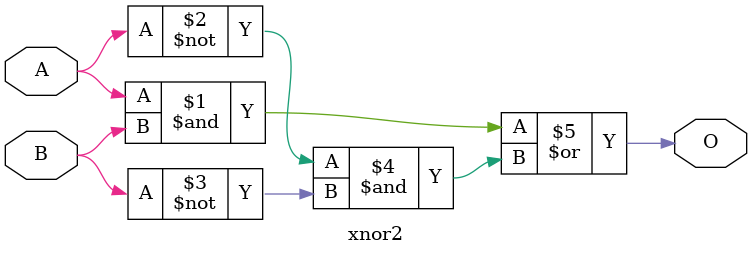
<source format=v>
module xnor2 (
  A,
  B,
  O
);

input A;
input B;
output O;

assign O = ( ( A & B ) | ( ( ~ A ) & ( ~ B ) ) );

endmodule

</source>
